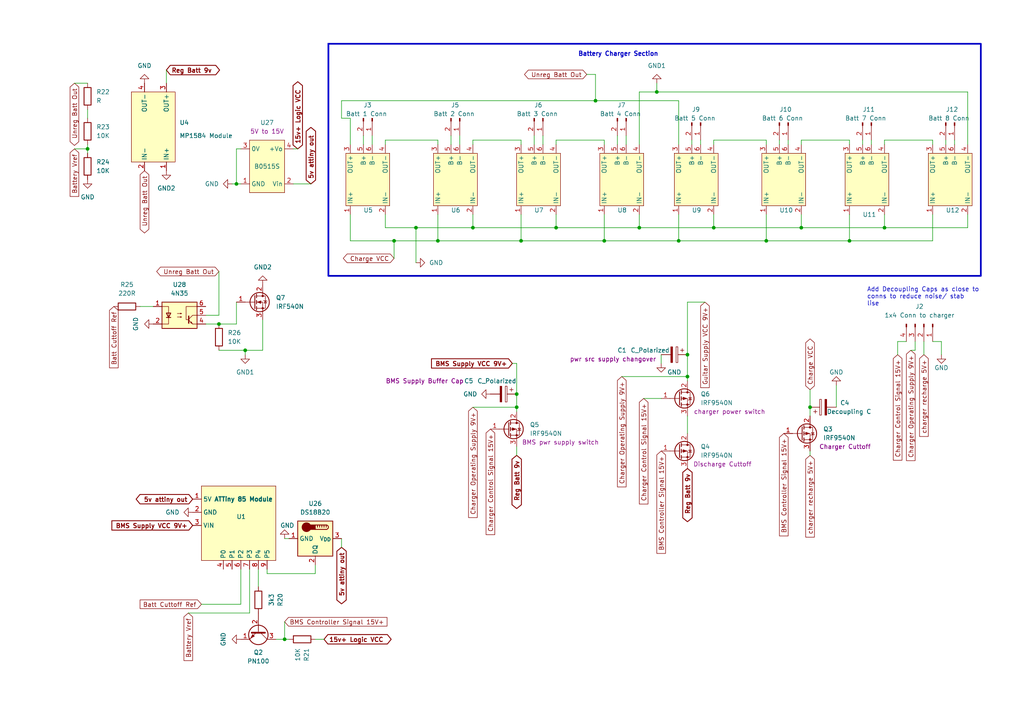
<source format=kicad_sch>
(kicad_sch (version 20230121) (generator eeschema)
  (paper "A4")
  (lib_symbols
    (symbol "BMS daughter boards:ATtiny85_digispark_module"
      (property "Reference" "U" (at -2.54 5.08 0))
      (symbol "ATtiny85_digispark_module_0_0"
        (pin unspecified line (at -16.51 10.16 0) (length 2.54) (name "5V") (number "1"))
        (pin unspecified line (at -16.51 6.35 0) (length 2.54) (name "GND") (number "2"))
        (pin unspecified line (at -16.51 2.54 0) (length 2.54) (name "VIN") (number "3"))
        (pin unspecified line (at -7.62 -10.16 90) (length 2.54) (name "P0") (number "4"))
        (pin unspecified line (at -5.08 -10.16 90) (length 2.54) (name "P1") (number "5"))
        (pin unspecified line (at -2.54 -10.16 90) (length 2.54) (name "P2") (number "6"))
        (pin unspecified line (at 0 -10.16 90) (length 2.54) (name "P3") (number "7"))
        (pin unspecified line (at 2.54 -10.16 90) (length 2.54) (name "P4") (number "8"))
        (pin unspecified line (at 5.08 -10.16 90) (length 2.54) (name "P5") (number "9"))
      )
      (symbol "ATtiny85_digispark_module_1_1"
        (rectangle (start -13.97 13.97) (end 7.62 -7.62) (fill (type background)))
      )
    )
    (symbol "BMS daughter boards:B0515S"
      (property "Reference" "U" (at 6.35 5.08 0))
      (property "Name" "5V to 15V" (at 6.35 2.54 0))
      (symbol "B0515S_0_0"
        (pin unspecified line (at -1.27 -2.54 0) (length 2.54) (name "GND") (number "1"))
        (pin unspecified line (at 13.97 -2.54 180) (length 2.54) (name "Vin") (number "2"))
        (pin unspecified line (at -1.27 7.62 0) (length 2.54) (name "0V") (number "3"))
      )
      (symbol "B0515S_1_0"
        (pin unspecified line (at 13.97 7.62 180) (length 2.54) (name "+Vo") (number "4"))
      )
      (symbol "B0515S_1_1"
        (rectangle (start 1.27 10.16) (end 11.43 -5.08) (fill (type background)))
      )
    )
    (symbol "BMS daughter boards:MP1584_DCDC_step_down_Module"
      (property "Reference" "U4" (at 11.43 -3.81 0))
      (property "Value" "MP1584 Module" (at 5.08 -6.35 0))
      (symbol "MP1584_DCDC_step_down_Module_0_0"
        (pin unspecified line (at 0 -8.89 0) (length 2.54) (name "IN+") (number "1"))
        (pin unspecified line (at 0 -2.54 0) (length 2.54) (name "IN-") (number "2"))
        (pin unspecified line (at 25.4 -8.89 180) (length 2.54) (name "OUT+") (number "3"))
        (pin unspecified line (at 25.4 -2.54 180) (length 2.54) (name "OUT-") (number "4"))
      )
      (symbol "MP1584_DCDC_step_down_Module_1_1"
        (rectangle (start 2.54 1.27) (end 22.86 -11.43) (fill (type background)))
      )
    )
    (symbol "BMS daughter boards:TP4056_Charger_Module_with_protection"
      (property "Reference" "U" (at 13.97 1.27 0))
      (property "Value" " TP4056 Charging Module" (at 3.81 1.27 90))
      (symbol "TP4056_Charger_Module_with_protection_0_0"
        (pin input line (at 8.89 -8.89 90) (length 2.54) (name "IN+") (number "1"))
        (pin input line (at 19.05 -8.89 90) (length 2.54) (name "IN-") (number "2"))
        (pin output line (at 8.89 11.43 270) (length 2.54) (name "OUT+") (number "3"))
        (pin output line (at 19.05 11.43 270) (length 2.54) (name "OUT-") (number "4"))
        (pin bidirectional line (at 12.7 11.43 270) (length 2.54) (name "B+") (number "5"))
        (pin bidirectional line (at 15.24 11.43 270) (length 2.54) (name "B-") (number "6"))
      )
      (symbol "TP4056_Charger_Module_with_protection_1_1"
        (rectangle (start 7.62 8.89) (end 20.32 -6.35) (fill (type background)))
      )
    )
    (symbol "Connector:Conn_01x02_Pin" (pin_names (offset 1.016) hide)
      (property "Reference" "J" (at 0 2.54 0))
      (property "Value" "Conn_01x02_Pin" (at 0 -5.08 0))
      (symbol "Conn_01x02_Pin_1_1"
        (polyline (pts (xy 1.27 -2.54) (xy 0.8636 -2.54)) (stroke (width 0.1524)))
        (polyline (pts (xy 1.27 0) (xy 0.8636 0)) (stroke (width 0.1524)))
        (rectangle (start 0.8636 -2.413) (end 0 -2.667) (stroke (width 0.1524)) (fill (type outline)))
        (rectangle (start 0.8636 0.127) (end 0 -0.127) (stroke (width 0.1524)) (fill (type outline)))
        (pin passive line (at 5.08 0 180) (length 3.81) (name "Pin_1") (number "1"))
        (pin passive line (at 5.08 -2.54 180) (length 3.81) (name "Pin_2") (number "2"))
      )
    )
    (symbol "Connector:Conn_01x04_Pin" (pin_names (offset 1.016) hide)
      (property "Reference" "J" (at 0 5.08 0))
      (property "Value" "Conn_01x04_Pin" (at 0 -7.62 0))
      (symbol "Conn_01x04_Pin_1_1"
        (polyline (pts (xy 1.27 -5.08) (xy 0.8636 -5.08)) (stroke (width 0.1524)))
        (polyline (pts (xy 1.27 -2.54) (xy 0.8636 -2.54)) (stroke (width 0.1524)))
        (polyline (pts (xy 1.27 0) (xy 0.8636 0)) (stroke (width 0.1524)))
        (polyline (pts (xy 1.27 2.54) (xy 0.8636 2.54)) (stroke (width 0.1524)))
        (rectangle (start 0.8636 -4.953) (end 0 -5.207) (stroke (width 0.1524)) (fill (type outline)))
        (rectangle (start 0.8636 -2.413) (end 0 -2.667) (stroke (width 0.1524)) (fill (type outline)))
        (rectangle (start 0.8636 0.127) (end 0 -0.127) (stroke (width 0.1524)) (fill (type outline)))
        (rectangle (start 0.8636 2.667) (end 0 2.413) (stroke (width 0.1524)) (fill (type outline)))
        (pin passive line (at 5.08 2.54 180) (length 3.81) (name "Pin_1") (number "1"))
        (pin passive line (at 5.08 0 180) (length 3.81) (name "Pin_2") (number "2"))
        (pin passive line (at 5.08 -2.54 180) (length 3.81) (name "Pin_3") (number "3"))
        (pin passive line (at 5.08 -5.08 180) (length 3.81) (name "Pin_4") (number "4"))
      )
    )
    (symbol "Device:C_Polarized" (pin_numbers hide) (pin_names (offset 0.254))
      (property "Reference" "C" (at 0.635 2.54 0))
      (property "Value" "C_Polarized" (at 0.635 -2.54 0))
      (symbol "C_Polarized_0_1"
        (rectangle (start -2.286 0.508) (end 2.286 1.016))
        (polyline (pts (xy -1.778 2.286) (xy -0.762 2.286)))
        (polyline (pts (xy -1.27 2.794) (xy -1.27 1.778)))
        (rectangle (start 2.286 -0.508) (end -2.286 -1.016) (fill (type outline)))
      )
      (symbol "C_Polarized_1_1"
        (pin passive line (at 0 3.81 270) (length 2.794) (name "~") (number "1"))
        (pin passive line (at 0 -3.81 90) (length 2.794) (name "~") (number "2"))
      )
    )
    (symbol "Device:R" (pin_numbers hide) (pin_names (offset 0))
      (property "Reference" "R" (at 2.032 0 90))
      (property "Value" "R" (at 0 0 90))
      (symbol "R_0_1"
        (rectangle (start -1.016 -2.54) (end 1.016 2.54) (stroke (width 0.254)))
      )
      (symbol "R_1_1"
        (pin passive line (at 0 3.81 270) (length 1.27) (name "~") (number "1"))
        (pin passive line (at 0 -3.81 90) (length 1.27) (name "~") (number "2"))
      )
    )
    (symbol "Isolator:4N35" (pin_names (offset 1.016))
      (property "Reference" "U" (at -5.08 5.08 0))
      (property "Value" "4N35" (at 0 5.08 0))
      (symbol "4N35_0_1"
        (rectangle (start -5.08 3.81) (end 5.08 -3.81) (stroke (width 0.254)) (fill (type background)))
        (polyline (pts (xy -3.81 -0.635) (xy -2.54 -0.635)) (stroke (width 0.254)))
        (polyline (pts (xy 2.667 -1.397) (xy 3.81 -2.54)))
        (polyline (pts (xy 2.667 -1.143) (xy 3.81 0)))
        (polyline (pts (xy 3.81 -2.54) (xy 5.08 -2.54)))
        (polyline (pts (xy 3.81 0) (xy 5.08 0)))
        (polyline (pts (xy 2.667 -0.254) (xy 2.667 -2.286) (xy 2.667 -2.286)) (stroke (width 0.3556)))
        (polyline (pts (xy -5.08 -2.54) (xy -3.175 -2.54) (xy -3.175 2.54) (xy -5.08 2.54)))
        (polyline (pts (xy -3.175 -0.635) (xy -3.81 0.635) (xy -2.54 0.635) (xy -3.175 -0.635)) (stroke (width 0.254)))
        (polyline (pts (xy 3.683 -2.413) (xy 3.429 -1.905) (xy 3.175 -2.159) (xy 3.683 -2.413)))
        (polyline (pts (xy 5.08 2.54) (xy 1.905 2.54) (xy 1.905 -1.27) (xy 2.54 -1.27)))
        (polyline (pts (xy -0.635 -0.508) (xy 0.635 -0.508) (xy 0.254 -0.635) (xy 0.254 -0.381) (xy 0.635 -0.508)))
        (polyline (pts (xy -0.635 0.508) (xy 0.635 0.508) (xy 0.254 0.381) (xy 0.254 0.635) (xy 0.635 0.508)))
      )
      (symbol "4N35_1_1"
        (pin passive line (at -7.62 2.54 0) (length 2.54) (name "~") (number "1"))
        (pin passive line (at -7.62 -2.54 0) (length 2.54) (name "~") (number "2"))
        (pin no_connect line (at -5.08 0 0) (length 2.54) hide (name "NC") (number "3"))
        (pin passive line (at 7.62 -2.54 180) (length 2.54) (name "~") (number "4"))
        (pin passive line (at 7.62 0 180) (length 2.54) (name "~") (number "5"))
        (pin passive line (at 7.62 2.54 180) (length 2.54) (name "~") (number "6"))
      )
    )
    (symbol "Sensor_Temperature:DS18B20"
      (property "Reference" "U" (at -3.81 6.35 0))
      (property "Value" "DS18B20" (at 6.35 6.35 0))
      (symbol "DS18B20_0_1"
        (rectangle (start -5.08 5.08) (end 5.08 -5.08) (stroke (width 0.254)) (fill (type background)))
        (circle (center -3.302 -2.54) (radius 1.27) (stroke (width 0.254)) (fill (type outline)))
        (rectangle (start -2.667 -1.905) (end -3.937 0) (stroke (width 0.254)) (fill (type outline)))
        (arc (start -2.667 3.175) (mid -3.302 3.8073) (end -3.937 3.175) (stroke (width 0.254)))
        (polyline (pts (xy -3.937 0.635) (xy -3.302 0.635)) (stroke (width 0.254)))
        (polyline (pts (xy -3.937 1.27) (xy -3.302 1.27)) (stroke (width 0.254)))
        (polyline (pts (xy -3.937 1.905) (xy -3.302 1.905)) (stroke (width 0.254)))
        (polyline (pts (xy -3.937 2.54) (xy -3.302 2.54)) (stroke (width 0.254)))
        (polyline (pts (xy -3.937 3.175) (xy -3.937 0)) (stroke (width 0.254)))
        (polyline (pts (xy -3.937 3.175) (xy -3.302 3.175)) (stroke (width 0.254)))
        (polyline (pts (xy -2.667 3.175) (xy -2.667 0)) (stroke (width 0.254)))
      )
      (symbol "DS18B20_1_1"
        (pin power_in line (at 0 -7.62 90) (length 2.54) (name "GND") (number "1"))
        (pin bidirectional line (at 7.62 0 180) (length 2.54) (name "DQ") (number "2"))
        (pin power_in line (at 0 7.62 270) (length 2.54) (name "V_{DD}") (number "3"))
      )
    )
    (symbol "Transistor_BJT:PN2222A" (pin_names (offset 0) hide)
      (property "Reference" "Q" (at 5.08 1.905 0))
      (property "Value" "PN2222A" (at 5.08 0 0))
      (symbol "PN2222A_0_1"
        (polyline (pts (xy 0 0) (xy 0.635 0)))
        (polyline (pts (xy 2.54 -2.54) (xy 0.635 -0.635)))
        (polyline (pts (xy 2.54 2.54) (xy 0.635 0.635)))
        (polyline (pts (xy 0.635 1.905) (xy 0.635 -1.905) (xy 0.635 -1.905)) (stroke (width 0.508)))
        (polyline (pts (xy 2.413 -2.413) (xy 1.905 -1.905) (xy 1.905 -1.905)))
        (polyline (pts (xy 1.143 -1.651) (xy 1.651 -1.143) (xy 2.159 -2.159) (xy 1.143 -1.651) (xy 1.143 -1.651)) (fill (type outline)))
        (circle (center 1.27 0) (radius 2.8194) (stroke (width 0.254)))
      )
      (symbol "PN2222A_1_1"
        (pin passive line (at 2.54 -5.08 90) (length 2.54) (name "E") (number "1"))
        (pin input line (at -5.08 0 0) (length 5.08) (name "B") (number "2"))
        (pin passive line (at 2.54 5.08 270) (length 2.54) (name "C") (number "3"))
      )
    )
    (symbol "Transistor_FET:IRF540N" (pin_names hide)
      (property "Reference" "Q" (at 6.35 1.905 0))
      (property "Value" "IRF540N" (at 6.35 0 0))
      (symbol "IRF540N_0_1"
        (polyline (pts (xy 0.254 0) (xy -2.54 0)))
        (polyline (pts (xy 0.254 1.905) (xy 0.254 -1.905)) (stroke (width 0.254)))
        (polyline (pts (xy 0.762 -1.27) (xy 0.762 -2.286)) (stroke (width 0.254)))
        (polyline (pts (xy 0.762 0.508) (xy 0.762 -0.508)) (stroke (width 0.254)))
        (polyline (pts (xy 0.762 2.286) (xy 0.762 1.27)) (stroke (width 0.254)))
        (polyline (pts (xy 2.54 2.54) (xy 2.54 1.778)))
        (polyline (pts (xy 2.54 -2.54) (xy 2.54 0) (xy 0.762 0)))
        (polyline (pts (xy 0.762 -1.778) (xy 3.302 -1.778) (xy 3.302 1.778) (xy 0.762 1.778)))
        (polyline (pts (xy 1.016 0) (xy 2.032 0.381) (xy 2.032 -0.381) (xy 1.016 0)) (fill (type outline)))
        (polyline (pts (xy 2.794 0.508) (xy 2.921 0.381) (xy 3.683 0.381) (xy 3.81 0.254)))
        (polyline (pts (xy 3.302 0.381) (xy 2.921 -0.254) (xy 3.683 -0.254) (xy 3.302 0.381)))
        (circle (center 1.651 0) (radius 2.794) (stroke (width 0.254)))
        (circle (center 2.54 -1.778) (radius 0.254) (fill (type outline)))
        (circle (center 2.54 1.778) (radius 0.254) (fill (type outline)))
      )
      (symbol "IRF540N_1_1"
        (pin input line (at -5.08 0 0) (length 2.54) (name "G") (number "1"))
        (pin passive line (at 2.54 5.08 270) (length 2.54) (name "D") (number "2"))
        (pin passive line (at 2.54 -5.08 90) (length 2.54) (name "S") (number "3"))
      )
    )
    (symbol "Transistor_FET:IRF9540N" (pin_names hide)
      (property "Reference" "Q" (at 5.08 1.905 0))
      (property "Value" "IRF9540N" (at 5.08 0 0))
      (symbol "IRF9540N_0_1"
        (polyline (pts (xy 0.254 0) (xy -2.54 0)))
        (polyline (pts (xy 0.254 1.905) (xy 0.254 -1.905)) (stroke (width 0.254)))
        (polyline (pts (xy 0.762 -1.27) (xy 0.762 -2.286)) (stroke (width 0.254)))
        (polyline (pts (xy 0.762 0.508) (xy 0.762 -0.508)) (stroke (width 0.254)))
        (polyline (pts (xy 0.762 2.286) (xy 0.762 1.27)) (stroke (width 0.254)))
        (polyline (pts (xy 2.54 2.54) (xy 2.54 1.778)))
        (polyline (pts (xy 2.54 -2.54) (xy 2.54 0) (xy 0.762 0)))
        (polyline (pts (xy 0.762 1.778) (xy 3.302 1.778) (xy 3.302 -1.778) (xy 0.762 -1.778)))
        (polyline (pts (xy 2.286 0) (xy 1.27 0.381) (xy 1.27 -0.381) (xy 2.286 0)) (fill (type outline)))
        (polyline (pts (xy 2.794 -0.508) (xy 2.921 -0.381) (xy 3.683 -0.381) (xy 3.81 -0.254)))
        (polyline (pts (xy 3.302 -0.381) (xy 2.921 0.254) (xy 3.683 0.254) (xy 3.302 -0.381)))
        (circle (center 1.651 0) (radius 2.794) (stroke (width 0.254)))
        (circle (center 2.54 -1.778) (radius 0.254) (fill (type outline)))
        (circle (center 2.54 1.778) (radius 0.254) (fill (type outline)))
      )
      (symbol "IRF9540N_1_1"
        (pin input line (at -5.08 0 0) (length 2.54) (name "G") (number "1"))
        (pin passive line (at 2.54 5.08 270) (length 2.54) (name "D") (number "2"))
        (pin passive line (at 2.54 -5.08 90) (length 2.54) (name "S") (number "3"))
      )
    )
    (symbol "power:GND" (power) (pin_names (offset 0))
      (property "Value" "GND" (at 0 -3.81 0))
      (symbol "GND_0_1"
        (polyline (pts (xy 0 0) (xy 0 -1.27) (xy 1.27 -1.27) (xy 0 -2.54) (xy -1.27 -1.27) (xy 0 -1.27)))
      )
      (symbol "GND_1_1"
        (pin power_in line (at 0 0 270) (length 0) hide (name "GND") (number "1"))
      )
    )
    (symbol "power:GND1" (power) (pin_names (offset 0))
      (property "Value" "GND1" (at 0 -3.81 0))
      (symbol "GND1_0_1"
        (polyline (pts (xy 0 0) (xy 0 -1.27) (xy 1.27 -1.27) (xy 0 -2.54) (xy -1.27 -1.27) (xy 0 -1.27)))
      )
      (symbol "GND1_1_1"
        (pin power_in line (at 0 0 270) (length 0) hide (name "GND1") (number "1"))
      )
    )
    (symbol "power:GND2" (power) (pin_names (offset 0))
      (property "Value" "GND2" (at 0 -3.81 0))
      (symbol "GND2_0_1"
        (polyline (pts (xy 0 0) (xy 0 -1.27) (xy 1.27 -1.27) (xy 0 -2.54) (xy -1.27 -1.27) (xy 0 -1.27)))
      )
      (symbol "GND2_1_1"
        (pin power_in line (at 0 0 270) (length 0) hide (name "GND2") (number "1"))
      )
    )
  )
  (junction (at 149.86 114.3))
  (junction (at 120.65 66.04))
  (junction (at 199.39 102.87))
  (junction (at 151.13 69.85))
  (junction (at 149.86 118.11))
  (junction (at 196.85 69.85))
  (junction (at 207.01 66.04))
  (junction (at 63.5 93.98))
  (junction (at 222.25 69.85))
  (junction (at 190.5 26.67))
  (junction (at 232.41 66.04))
  (junction (at 161.29 66.04))
  (junction (at 82.55 185.42))
  (junction (at 185.42 66.04))
  (junction (at 25.4 43.18))
  (junction (at 172.72 29.21))
  (junction (at 234.95 118.11))
  (junction (at 137.16 66.04))
  (junction (at 256.54 66.04))
  (junction (at 114.3 69.85))
  (junction (at 127 69.85))
  (junction (at 246.38 69.85))
  (junction (at 71.12 101.6))
  (junction (at 199.39 109.22))
  (junction (at 68.58 53.34))
  (junction (at 175.26 69.85))
  (wire (pts (xy 133.35 39.37) (xy 133.35 41.91)))
  (wire (pts (xy 148.59 105.41) (xy 149.86 105.41)))
  (wire (pts (xy 86.36 43.18) (xy 85.09 43.18)))
  (wire (pts (xy 191.77 102.87) (xy 191.77 105.41)))
  (wire (pts (xy 172.72 21.59) (xy 172.72 29.21)))
  (wire (pts (xy 222.25 40.64) (xy 222.25 41.91)))
  (wire (pts (xy 172.72 29.21) (xy 196.85 29.21)))
  (wire (pts (xy 181.61 39.37) (xy 181.61 41.91)))
  (wire (pts (xy 161.29 62.23) (xy 161.29 66.04)))
  (wire (pts (xy 203.2 40.64) (xy 203.2 41.91)))
  (wire (pts (xy 154.94 39.37) (xy 154.94 41.91)))
  (wire (pts (xy 68.58 93.98) (xy 68.58 87.63)))
  (wire (pts (xy 185.42 26.67) (xy 190.5 26.67)))
  (wire (pts (xy 99.06 34.29) (xy 99.06 29.21)))
  (wire (pts (xy 196.85 62.23) (xy 196.85 69.85)))
  (wire (pts (xy 151.13 40.64) (xy 151.13 41.91)))
  (wire (pts (xy 25.4 41.91) (xy 25.4 43.18)))
  (wire (pts (xy 250.19 40.64) (xy 250.19 41.91)))
  (wire (pts (xy 99.06 158.75) (xy 99.06 156.21)))
  (wire (pts (xy 137.16 66.04) (xy 137.16 62.23)))
  (wire (pts (xy 82.55 156.21) (xy 83.82 156.21)))
  (wire (pts (xy 265.43 99.06) (xy 265.43 101.6)))
  (wire (pts (xy 199.39 102.87) (xy 199.39 109.22)))
  (wire (pts (xy 40.64 88.9) (xy 44.45 88.9)))
  (wire (pts (xy 137.16 41.91) (xy 137.16 40.64)))
  (wire (pts (xy 199.39 109.22) (xy 199.39 110.49)))
  (wire (pts (xy 72.39 177.8) (xy 54.61 177.8)))
  (wire (pts (xy 71.12 102.87) (xy 71.12 101.6)))
  (wire (pts (xy 199.39 87.63) (xy 199.39 102.87)))
  (wire (pts (xy 179.07 39.37) (xy 179.07 41.91)))
  (wire (pts (xy 91.44 166.37) (xy 91.44 163.83)))
  (wire (pts (xy 260.35 99.06) (xy 262.89 99.06)))
  (wire (pts (xy 185.42 62.23) (xy 185.42 66.04)))
  (wire (pts (xy 63.5 93.98) (xy 68.58 93.98)))
  (wire (pts (xy 21.59 43.18) (xy 25.4 43.18)))
  (wire (pts (xy 185.42 66.04) (xy 161.29 66.04)))
  (wire (pts (xy 175.26 69.85) (xy 196.85 69.85)))
  (wire (pts (xy 265.43 101.6) (xy 264.16 101.6)))
  (wire (pts (xy 180.34 109.22) (xy 199.39 109.22)))
  (wire (pts (xy 101.6 62.23) (xy 101.6 69.85)))
  (wire (pts (xy 190.5 26.67) (xy 280.67 26.67)))
  (wire (pts (xy 280.67 26.67) (xy 280.67 41.91)))
  (wire (pts (xy 71.12 101.6) (xy 76.2 101.6)))
  (wire (pts (xy 74.93 170.18) (xy 74.93 165.1)))
  (wire (pts (xy 242.57 111.76) (xy 242.57 118.11)))
  (wire (pts (xy 149.86 132.08) (xy 149.86 129.54)))
  (wire (pts (xy 232.41 66.04) (xy 256.54 66.04)))
  (wire (pts (xy 105.41 39.37) (xy 105.41 41.91)))
  (wire (pts (xy 72.39 165.1) (xy 72.39 177.8)))
  (wire (pts (xy 82.55 180.34) (xy 82.55 185.42)))
  (wire (pts (xy 99.06 29.21) (xy 172.72 29.21)))
  (wire (pts (xy 114.3 69.85) (xy 127 69.85)))
  (wire (pts (xy 59.69 91.44) (xy 63.5 91.44)))
  (wire (pts (xy 252.73 40.64) (xy 252.73 41.91)))
  (wire (pts (xy 190.5 24.13) (xy 190.5 26.67)))
  (wire (pts (xy 68.58 53.34) (xy 69.85 53.34)))
  (wire (pts (xy 90.17 53.34) (xy 85.09 53.34)))
  (wire (pts (xy 149.86 118.11) (xy 149.86 119.38)))
  (wire (pts (xy 101.6 34.29) (xy 99.06 34.29)))
  (wire (pts (xy 127 40.64) (xy 127 41.91)))
  (wire (pts (xy 207.01 62.23) (xy 207.01 66.04)))
  (wire (pts (xy 234.95 113.03) (xy 234.95 118.11)))
  (wire (pts (xy 246.38 62.23) (xy 246.38 69.85)))
  (wire (pts (xy 25.4 43.18) (xy 25.4 44.45)))
  (wire (pts (xy 25.4 31.75) (xy 25.4 34.29)))
  (wire (pts (xy 276.86 40.64) (xy 276.86 41.91)))
  (wire (pts (xy 232.41 66.04) (xy 232.41 62.23)))
  (wire (pts (xy 63.5 101.6) (xy 71.12 101.6)))
  (wire (pts (xy 207.01 40.64) (xy 222.25 40.64)))
  (wire (pts (xy 260.35 102.87) (xy 260.35 99.06)))
  (wire (pts (xy 48.26 20.32) (xy 48.26 24.13)))
  (wire (pts (xy 175.26 41.91) (xy 175.26 40.64)))
  (wire (pts (xy 185.42 66.04) (xy 207.01 66.04)))
  (wire (pts (xy 151.13 69.85) (xy 127 69.85)))
  (wire (pts (xy 58.42 175.26) (xy 69.85 175.26)))
  (wire (pts (xy 120.65 66.04) (xy 137.16 66.04)))
  (wire (pts (xy 232.41 41.91) (xy 232.41 40.64)))
  (wire (pts (xy 111.76 41.91) (xy 111.76 40.64)))
  (wire (pts (xy 170.18 21.59) (xy 172.72 21.59)))
  (wire (pts (xy 267.97 99.06) (xy 267.97 102.87)))
  (wire (pts (xy 280.67 66.04) (xy 256.54 66.04)))
  (wire (pts (xy 149.86 105.41) (xy 149.86 114.3)))
  (wire (pts (xy 101.6 34.29) (xy 101.6 41.91)))
  (wire (pts (xy 175.26 62.23) (xy 175.26 69.85)))
  (wire (pts (xy 82.55 185.42) (xy 80.01 185.42)))
  (wire (pts (xy 207.01 41.91) (xy 207.01 40.64)))
  (wire (pts (xy 59.69 93.98) (xy 63.5 93.98)))
  (wire (pts (xy 137.16 66.04) (xy 161.29 66.04)))
  (wire (pts (xy 157.48 39.37) (xy 157.48 41.91)))
  (wire (pts (xy 69.85 165.1) (xy 69.85 175.26)))
  (wire (pts (xy 63.5 78.74) (xy 63.5 91.44)))
  (wire (pts (xy 111.76 40.64) (xy 127 40.64)))
  (wire (pts (xy 232.41 40.64) (xy 246.38 40.64)))
  (wire (pts (xy 280.67 62.23) (xy 280.67 66.04)))
  (wire (pts (xy 111.76 66.04) (xy 120.65 66.04)))
  (wire (pts (xy 76.2 92.71) (xy 76.2 101.6)))
  (wire (pts (xy 234.95 118.11) (xy 234.95 120.65)))
  (wire (pts (xy 270.51 40.64) (xy 256.54 40.64)))
  (wire (pts (xy 270.51 69.85) (xy 246.38 69.85)))
  (wire (pts (xy 204.47 87.63) (xy 199.39 87.63)))
  (wire (pts (xy 222.25 69.85) (xy 222.25 62.23)))
  (wire (pts (xy 161.29 40.64) (xy 161.29 41.91)))
  (wire (pts (xy 196.85 69.85) (xy 222.25 69.85)))
  (wire (pts (xy 69.85 43.18) (xy 68.58 43.18)))
  (wire (pts (xy 175.26 40.64) (xy 161.29 40.64)))
  (wire (pts (xy 270.51 62.23) (xy 270.51 69.85)))
  (wire (pts (xy 68.58 43.18) (xy 68.58 53.34)))
  (wire (pts (xy 107.95 39.37) (xy 107.95 41.91)))
  (wire (pts (xy 114.3 69.85) (xy 114.3 74.93)))
  (wire (pts (xy 151.13 62.23) (xy 151.13 69.85)))
  (wire (pts (xy 67.31 53.34) (xy 68.58 53.34)))
  (wire (pts (xy 228.6 40.64) (xy 228.6 41.91)))
  (wire (pts (xy 185.42 26.67) (xy 185.42 41.91)))
  (wire (pts (xy 246.38 40.64) (xy 246.38 41.91)))
  (wire (pts (xy 234.95 130.81) (xy 234.95 132.08)))
  (wire (pts (xy 256.54 40.64) (xy 256.54 41.91)))
  (wire (pts (xy 120.65 66.04) (xy 120.65 76.2)))
  (wire (pts (xy 21.59 24.13) (xy 25.4 24.13)))
  (wire (pts (xy 196.85 29.21) (xy 196.85 41.91)))
  (wire (pts (xy 77.47 166.37) (xy 77.47 165.1)))
  (wire (pts (xy 186.69 115.57) (xy 191.77 115.57)))
  (wire (pts (xy 270.51 41.91) (xy 270.51 40.64)))
  (wire (pts (xy 273.05 102.87) (xy 273.05 99.06)))
  (wire (pts (xy 111.76 62.23) (xy 111.76 66.04)))
  (wire (pts (xy 199.39 120.65) (xy 199.39 125.73)))
  (wire (pts (xy 175.26 69.85) (xy 151.13 69.85)))
  (wire (pts (xy 246.38 69.85) (xy 222.25 69.85)))
  (wire (pts (xy 149.86 114.3) (xy 149.86 118.11)))
  (wire (pts (xy 83.82 185.42) (xy 82.55 185.42)))
  (wire (pts (xy 127 69.85) (xy 127 62.23)))
  (wire (pts (xy 91.44 166.37) (xy 77.47 166.37)))
  (wire (pts (xy 137.16 40.64) (xy 151.13 40.64)))
  (wire (pts (xy 200.66 40.64) (xy 200.66 41.91)))
  (wire (pts (xy 207.01 66.04) (xy 232.41 66.04)))
  (wire (pts (xy 273.05 99.06) (xy 270.51 99.06)))
  (wire (pts (xy 130.81 39.37) (xy 130.81 41.91)))
  (wire (pts (xy 137.16 118.11) (xy 149.86 118.11)))
  (wire (pts (xy 101.6 69.85) (xy 114.3 69.85)))
  (wire (pts (xy 93.98 185.42) (xy 91.44 185.42)))
  (wire (pts (xy 226.06 40.64) (xy 226.06 41.91)))
  (wire (pts (xy 274.32 40.64) (xy 274.32 41.91)))
  (wire (pts (xy 256.54 62.23) (xy 256.54 66.04)))
  (rectangle (start 95.25 12.7) (end 284.48 80.01) (stroke (width 0.5)))
  (text "Battery Charger Section\n" (at 167.64 16.51 0) (effects (font (size 1.27 1.27) bold) (justify left bottom)))
  (text "Add Decoupling Caps as close to \nconns to reduce noise/ stab\nlise" (at 251.46 88.9 0) (effects (font (size 1.27 1.27)) (justify left bottom)))
  (global_label "5v attiny out" (shape bidirectional) (at 99.06 158.75 270) (effects (font (thickness 0.254) bold)) (property "Intersheetrefs" "${INTERSHEET_REFS}" (effects hide)))
  (global_label "Battery Vref" (shape input) (at 21.59 43.18 270) (property "Intersheetrefs" "${INTERSHEET_REFS}" (effects hide)))
  (global_label "Charger Operating Supply 9V+" (shape input) (at 264.16 101.6 270) (property "Intersheetrefs" "${INTERSHEET_REFS}" (effects hide)))
  (global_label "Unreg Batt Out" (shape bidirectional) (at 21.59 24.13 270) (property "Intersheetrefs" "${INTERSHEET_REFS}" (effects hide)))
  (global_label "Charger Operating Supply 9V+" (shape input) (at 137.16 118.11 270) (property "Intersheetrefs" "${INTERSHEET_REFS}" (effects hide)))
  (global_label "Reg Batt 9v" (shape bidirectional) (at 199.39 135.89 270) (effects (font (thickness 0.254) bold)) (property "Intersheetrefs" "${INTERSHEET_REFS}" (effects hide)))
  (global_label "BMS Controller Signal 15V+" (shape input) (at 82.55 180.34 0) (property "Intersheetrefs" "${INTERSHEET_REFS}" (effects hide)))
  (global_label "charger recharge 5V+" (shape input) (at 234.95 132.08 270) (property "Intersheetrefs" "${INTERSHEET_REFS}" (effects hide)))
  (global_label "Guitar Supply VCC 9V+" (shape input) (at 204.47 87.63 270) (property "Intersheetrefs" "${INTERSHEET_REFS}" (effects hide)))
  (global_label "Unreg Batt Out" (shape bidirectional) (at 41.91 49.53 270) (property "Intersheetrefs" "${INTERSHEET_REFS}" (effects hide)))
  (global_label "Charger Control Signal 15V+" (shape input) (at 186.69 115.57 270) (property "Intersheetrefs" "${INTERSHEET_REFS}" (effects hide)))
  (global_label "Charge VCC" (shape bidirectional) (at 234.95 113.03 90) (property "Intersheetrefs" "${INTERSHEET_REFS}" (effects hide)))
  (global_label "15v+ Logic VCC" (shape bidirectional) (at 93.98 185.42 0) (effects (font (thickness 0.254) bold)) (property "Intersheetrefs" "${INTERSHEET_REFS}" (effects hide)))
  (global_label "Reg Batt 9v" (shape bidirectional) (at 48.26 20.32 0) (effects (font (thickness 0.254) bold)) (property "Intersheetrefs" "${INTERSHEET_REFS}" (effects hide)))
  (global_label "charger recharge 5V+" (shape input) (at 267.97 102.87 270) (property "Intersheetrefs" "${INTERSHEET_REFS}" (effects hide)))
  (global_label "5v attiny out" (shape bidirectional) (at 55.88 144.78 180) (effects (font (thickness 0.254) bold)) (property "Intersheetrefs" "${INTERSHEET_REFS}" (effects hide)))
  (global_label "Charger Operating Supply 9V+" (shape input) (at 180.34 109.22 270) (property "Intersheetrefs" "${INTERSHEET_REFS}" (effects hide)))
  (global_label "Reg Batt 9v" (shape bidirectional) (at 149.86 132.08 270) (effects (font (thickness 0.254) bold)) (property "Intersheetrefs" "${INTERSHEET_REFS}" (effects hide)))
  (global_label "Batt Cuttoff Ref" (shape input) (at 58.42 175.26 180) (property "Intersheetrefs" "${INTERSHEET_REFS}" (effects hide)))
  (global_label "Batt Cuttoff Ref" (shape input) (at 33.02 88.9 270) (property "Intersheetrefs" "${INTERSHEET_REFS}" (effects hide)))
  (global_label "Charger Control Signal 15V+" (shape input) (at 260.35 102.87 270) (property "Intersheetrefs" "${INTERSHEET_REFS}" (effects hide)))
  (global_label "15v+ Logic VCC" (shape bidirectional) (at 86.36 43.18 90) (effects (font (thickness 0.254) bold)) (property "Intersheetrefs" "${INTERSHEET_REFS}" (effects hide)))
  (global_label "BMS Supply VCC 9V+" (shape input) (at 148.59 105.41 180) (effects (font (thickness 0.254) bold)) (property "Intersheetrefs" "${INTERSHEET_REFS}" (effects hide)))
  (global_label "Battery Vref" (shape input) (at 54.61 177.8 270) (property "Intersheetrefs" "${INTERSHEET_REFS}" (effects hide)))
  (global_label "Unreg Batt Out" (shape bidirectional) (at 63.5 78.74 180) (property "Intersheetrefs" "${INTERSHEET_REFS}" (effects hide)))
  (global_label "Charge VCC" (shape bidirectional) (at 114.3 74.93 180) (property "Intersheetrefs" "${INTERSHEET_REFS}" (effects hide)))
  (global_label "Unreg Batt Out" (shape bidirectional) (at 170.18 21.59 180) (property "Intersheetrefs" "${INTERSHEET_REFS}" (effects hide)))
  (global_label "5v attiny out" (shape bidirectional) (at 90.17 53.34 90) (effects (font (thickness 0.254) bold)) (property "Intersheetrefs" "${INTERSHEET_REFS}" (effects hide)))
  (global_label "BMS Controller Signal 15V+" (shape input) (at 191.77 130.81 270) (property "Intersheetrefs" "${INTERSHEET_REFS}" (effects hide)))
  (global_label "BMS Supply VCC 9V+" (shape input) (at 55.88 152.4 180) (effects (font (thickness 0.254) bold)) (property "Intersheetrefs" "${INTERSHEET_REFS}" (effects hide)))
  (global_label "BMS Controller Signal 15V+" (shape input) (at 227.33 125.73 270) (property "Intersheetrefs" "${INTERSHEET_REFS}" (effects hide)))
  (global_label "Charger Control Signal 15V+" (shape input) (at 142.24 124.46 270) (property "Intersheetrefs" "${INTERSHEET_REFS}" (effects hide)))
  (symbol (lib_id "Connector:Conn_01x02_Pin") (at 228.6 35.56 270) (unit 1)
    (property "Reference" "J10" (at 226.06 31.75 90) (effects (justify left)))
    (property "Value" "Batt 6 Conn" (at 220.98 34.29 90) (effects (justify left)))
    (property "Footprint" "Connector_PinHeader_1.00mm:PinHeader_1x02_P1.00mm_Vertical" (effects hide))
    (instances (project "BMS" (path "" (reference "J10") (unit 1)) (path "" (reference "J10") (unit 1)) (path "" (reference "J19") (unit 1))) (project "BMS section one test pcb" (path "" (reference "J10") (unit 1))))
  )
  (symbol (lib_id "Transistor_FET:IRF9540N") (at 147.32 124.46 0) (unit 1)
    (property "Reference" "Q5" (at 153.67 123.19 0) (effects (justify left)))
    (property "Value" "IRF9540N" (at 153.67 125.73 0) (effects (justify left)))
    (property "Footprint" "Package_TO_SOT_THT:TO-220-3_Vertical" (effects hide))
    (property "Datasheet" "http://www.irf.com/product-info/datasheets/data/irf9540n.pdf" (effects hide))
    (property "Field4" "BMS pwr supply switch" (at 162.56 128.27 0))
  )
  (symbol (lib_id "Connector:Conn_01x02_Pin") (at 133.35 34.29 270) (unit 1)
    (property "Reference" "J5" (at 130.81 30.48 90) (effects (justify left)))
    (property "Value" "Batt 2 Conn" (at 125.73 33.02 90) (effects (justify left)))
    (property "Footprint" "Connector_PinHeader_1.00mm:PinHeader_1x02_P1.00mm_Vertical" (effects hide))
    (instances (project "BMS" (path "" (reference "J5") (unit 1)) (path "" (reference "J5") (unit 1)) (path "" (reference "J4") (unit 1))) (project "BMS section one test pcb" (path "" (reference "J5") (unit 1))))
  )
  (symbol (lib_id "Transistor_BJT:PN2222A") (at 74.93 182.88 270) (unit 1)
    (property "Reference" "Q2" (at 74.93 189.23 90))
    (property "Value" "PN100" (at 74.93 191.77 90))
    (property "Footprint" "Package_TO_SOT_THT:TO-92_Inline" (effects hide))
    (property "Datasheet" "https://www.onsemi.com/pub/Collateral/PN2222-D.PDF" (effects hide))
  )
  (symbol (lib_id "power:GND") (at 69.85 185.42 270) (unit 1)
    (property "Reference" "#PWR024" (effects hide))
    (property "Value" "GND" (at 64.77 185.42 0))
    (instances (project "BMS" (path "" (reference "#PWR024") (unit 1)) (path "" (reference "#PWR020") (unit 1))) (project "BMS section one test pcb" (path "" (reference "#PWR024") (unit 1))))
  )
  (symbol (lib_id "Device:R") (at 25.4 48.26 0) (unit 1)
    (property "Reference" "R24" (at 27.94 46.99 0) (effects (justify left)))
    (property "Value" "10K" (at 27.94 49.53 0) (effects (justify left)))
  )
  (symbol (lib_id "Device:C_Polarized") (at 146.05 114.3 270) (unit 1)
    (property "Reference" "C5" (at 134.62 110.49 90) (effects (justify left)))
    (property "Value" "C_Polarized" (at 138.43 110.49 90) (effects (justify left)))
    (property "Field4" "BMS Supply Buffer Cap" (at 123.19 110.49 90))
  )
  (symbol (lib_id "power:GND") (at 25.4 52.07 0) (unit 1)
    (property "Reference" "#PWR02" (effects hide))
    (property "Value" "GND" (at 25.4 57.15 0))
    (instances (project "BMS" (path "" (reference "#PWR02") (unit 1)) (path "" (reference "#PWR028") (unit 1))) (project "BMS section one test pcb" (path "" (reference "#PWR02") (unit 1))))
  )
  (symbol (lib_id "Device:R") (at 87.63 185.42 90) (unit 1)
    (property "Reference" "R21" (at 88.9 187.96 0) (effects (justify right)))
    (property "Value" "10K" (at 86.36 187.96 0) (effects (justify right)))
  )
  (symbol (lib_id "Sensor_Temperature:DS18B20") (at 91.44 156.21 270) (unit 1)
    (property "Reference" "U26" (at 91.44 146.05 90))
    (property "Value" "DS18B20" (at 91.44 148.59 90))
    (property "Footprint" "Package_TO_SOT_THT:TO-92_Inline" (effects hide))
    (property "Datasheet" "http://datasheets.maximintegrated.com/en/ds/DS18B20.pdf" (effects hide))
  )
  (symbol (lib_id "power:GND") (at 242.57 111.76 180) (unit 1)
    (property "Reference" "#PWR024" (effects hide))
    (property "Value" "GND" (at 242.57 107.95 0))
    (instances (project "BMS" (path "" (reference "#PWR024") (unit 1)) (path "" (reference "#PWR025") (unit 1))) (project "BMS section one test pcb" (path "" (reference "#PWR024") (unit 1))))
  )
  (symbol (lib_id "power:GND1") (at 71.12 102.87 0) (unit 1)
    (property "Reference" "#PWR038" (effects hide))
    (property "Value" "GND1" (at 71.12 107.95 0))
  )
  (symbol (lib_id "power:GND") (at 142.24 114.3 270) (unit 1)
    (property "Reference" "#PWR024" (effects hide))
    (property "Value" "GND" (at 138.43 114.3 90) (effects (justify right)))
    (instances (project "BMS" (path "" (reference "#PWR024") (unit 1)) (path "" (reference "#PWR036") (unit 1))) (project "BMS section one test pcb" (path "" (reference "#PWR024") (unit 1))))
  )
  (symbol (lib_id "BMS daughter boards:B0515S") (at 71.12 50.8 0) (unit 1)
    (property "Reference" "U27" (at 77.47 35.56 0))
    (property "Value" "B0515S" (at 77.47 48.26 0))
    (property "Footprint" "DCDC buck converter lm2596:CONV_B0515S-1WR3" (effects hide))
    (property "Name" "5V to 15V" (at 77.47 38.1 0))
  )
  (symbol (lib_id "BMS daughter boards:TP4056_Charger_Module_with_protection") (at 142.24 53.34 0) (unit 1)
    (property "Reference" "U7" (at 154.94 60.96 0) (effects (justify left)))
    (property "Value" " TP4056 Charging Module" (effects hide))
    (property "Footprint" "Charging module:TP4056-18650" (effects hide))
    (instances (project "BMS" (path "" (reference "U7") (unit 1)) (path "" (reference "U7") (unit 1)) (path "" (reference "U19") (unit 1))) (project "BMS section one test pcb" (path "" (reference "U7") (unit 1))))
  )
  (symbol (lib_id "Device:C_Polarized") (at 238.76 118.11 90) (unit 1)
    (property "Reference" "C4" (at 246.38 116.84 90) (effects (justify left)))
    (property "Value" "Decoupling C" (at 252.73 119.38 90) (effects (justify left)))
  )
  (symbol (lib_id "Transistor_FET:IRF540N") (at 73.66 87.63 0) (unit 1)
    (property "Reference" "Q7" (at 80.01 86.36 0) (effects (justify left)))
    (property "Value" "IRF540N" (at 80.01 88.9 0) (effects (justify left)))
    (property "Footprint" "Package_TO_SOT_THT:TO-220-3_Vertical" (effects hide))
    (property "Datasheet" "http://www.irf.com/product-info/datasheets/data/irf540n.pdf" (effects hide))
  )
  (symbol (lib_id "Device:C_Polarized") (at 195.58 102.87 270) (unit 1)
    (property "Reference" "C1" (at 179.07 101.6 90) (effects (justify left)))
    (property "Value" "C_Polarized" (at 182.88 101.6 90) (effects (justify left)))
    (property "Field4" "pwr src supply changover" (at 177.8 104.14 90))
  )
  (symbol (lib_id "power:GND") (at 120.65 76.2 90) (unit 1)
    (property "Reference" "#PWR023" (effects hide))
    (property "Value" "GND" (at 124.46 76.2 90) (effects (justify right)))
    (instances (project "BMS" (path "" (reference "#PWR023") (unit 1)) (path "" (reference "#PWR013") (unit 1))) (project "BMS section one test pcb" (path "" (reference "#PWR023") (unit 1))))
  )
  (symbol (lib_id "Device:R") (at 63.5 97.79 180) (unit 1)
    (property "Reference" "R26" (at 66.04 96.52 0) (effects (justify right)))
    (property "Value" "10K" (at 66.04 99.06 0) (effects (justify right)))
  )
  (symbol (lib_id "Connector:Conn_01x02_Pin") (at 203.2 35.56 270) (unit 1)
    (property "Reference" "J9" (at 200.66 31.75 90) (effects (justify left)))
    (property "Value" "Batt 5 Conn" (at 195.58 34.29 90) (effects (justify left)))
    (property "Footprint" "Connector_PinHeader_1.00mm:PinHeader_1x02_P1.00mm_Vertical" (effects hide))
    (instances (project "BMS" (path "" (reference "J9") (unit 1)) (path "" (reference "J9") (unit 1)) (path "" (reference "J18") (unit 1))) (project "BMS section one test pcb" (path "" (reference "J9") (unit 1))))
  )
  (symbol (lib_id "Connector:Conn_01x04_Pin") (at 267.97 93.98 270) (unit 1)
    (property "Reference" "J2" (at 266.7 88.9 90))
    (property "Value" "1x4 Conn to charger" (at 266.7 91.44 90))
    (property "Footprint" "Connector_PinHeader_1.00mm:PinHeader_2x02_P1.00mm_Vertical" (effects hide))
    (instances (project "BMS" (path "" (reference "J2") (unit 1)) (path "" (reference "J1") (unit 1)) (path "" (reference "J22") (unit 1))) (project "BMS section one test pcb" (path "" (reference "J2") (unit 1))))
  )
  (symbol (lib_id "Connector:Conn_01x02_Pin") (at 107.95 34.29 270) (unit 1)
    (property "Reference" "J3" (at 105.41 30.48 90) (effects (justify left)))
    (property "Value" "Batt 1 Conn" (at 100.33 33.02 90) (effects (justify left)))
    (property "Footprint" "Connector_PinHeader_1.00mm:PinHeader_1x02_P1.00mm_Vertical" (effects hide))
    (instances (project "BMS" (path "" (reference "J3") (unit 1)) (path "" (reference "J3") (unit 1)) (path "" (reference "J2") (unit 1))) (project "BMS section one test pcb" (path "" (reference "J3") (unit 1))))
  )
  (symbol (lib_id "Connector:Conn_01x02_Pin") (at 181.61 34.29 270) (unit 1)
    (property "Reference" "J7" (at 179.07 30.48 90) (effects (justify left)))
    (property "Value" "Batt 4 Conn" (at 173.99 33.02 90) (effects (justify left)))
    (property "Footprint" "Connector_PinHeader_1.00mm:PinHeader_1x02_P1.00mm_Vertical" (effects hide))
    (instances (project "BMS" (path "" (reference "J7") (unit 1)) (path "" (reference "J7") (unit 1)) (path "" (reference "J15") (unit 1))) (project "BMS section one test pcb" (path "" (reference "J7") (unit 1))))
  )
  (symbol (lib_id "Connector:Conn_01x02_Pin") (at 157.48 34.29 270) (unit 1)
    (property "Reference" "J6" (at 154.94 30.48 90) (effects (justify left)))
    (property "Value" "Batt 3 Conn" (at 149.86 33.02 90) (effects (justify left)))
    (property "Footprint" "Connector_PinHeader_1.00mm:PinHeader_1x02_P1.00mm_Vertical" (effects hide))
    (instances (project "BMS" (path "" (reference "J6") (unit 1)) (path "" (reference "J6") (unit 1)) (path "" (reference "J8") (unit 1))) (project "BMS section one test pcb" (path "" (reference "J6") (unit 1))))
  )
  (symbol (lib_id "Connector:Conn_01x02_Pin") (at 252.73 35.56 270) (unit 1)
    (property "Reference" "J11" (at 250.19 31.75 90) (effects (justify left)))
    (property "Value" "Batt 7 Conn" (at 245.11 34.29 90) (effects (justify left)))
    (property "Footprint" "Connector_PinHeader_1.00mm:PinHeader_1x02_P1.00mm_Vertical" (effects hide))
    (instances (project "BMS" (path "" (reference "J11") (unit 1)) (path "" (reference "J11") (unit 1)) (path "" (reference "J20") (unit 1))) (project "BMS section one test pcb" (path "" (reference "J11") (unit 1))))
  )
  (symbol (lib_id "BMS daughter boards:TP4056_Charger_Module_with_protection") (at 118.11 53.34 0) (unit 1)
    (property "Reference" "U6" (at 130.81 60.96 0) (effects (justify left)))
    (property "Value" " TP4056 Charging Module" (effects hide))
    (property "Footprint" "Charging module:TP4056-18650" (effects hide))
    (instances (project "BMS" (path "" (reference "U6") (unit 1)) (path "" (reference "U6") (unit 1)) (path "" (reference "U13") (unit 1))) (project "BMS section one test pcb" (path "" (reference "U6") (unit 1))))
  )
  (symbol (lib_id "power:GND") (at 273.05 102.87 0) (unit 1)
    (property "Reference" "#PWR024" (effects hide))
    (property "Value" "GND" (at 273.05 106.68 0))
    (instances (project "BMS" (path "" (reference "#PWR024") (unit 1)) (path "" (reference "#PWR027") (unit 1))) (project "BMS section one test pcb" (path "" (reference "#PWR024") (unit 1))))
  )
  (symbol (lib_id "BMS daughter boards:TP4056_Charger_Module_with_protection") (at 237.49 53.34 0) (unit 1)
    (property "Reference" "U11" (at 250.19 62.23 0) (effects (justify left)))
    (property "Value" " TP4056 Charging Module" (effects hide))
    (property "Footprint" "Charging module:TP4056-18650" (effects hide))
    (instances (project "BMS" (path "" (reference "U11") (unit 1)) (path "" (reference "U11") (unit 1)) (path "" (reference "U23") (unit 1))) (project "BMS section one test pcb" (path "" (reference "U11") (unit 1))))
  )
  (symbol (lib_id "Transistor_FET:IRF9540N") (at 196.85 115.57 0) (unit 1)
    (property "Reference" "Q6" (at 203.2 114.3 0) (effects (justify left)))
    (property "Value" "IRF9540N" (at 203.2 116.84 0) (effects (justify left)))
    (property "Footprint" "Package_TO_SOT_THT:TO-220-3_Vertical" (effects hide))
    (property "Datasheet" "http://www.irf.com/product-info/datasheets/data/irf9540n.pdf" (effects hide))
    (property "Field4" "charger power switch " (at 212.09 119.38 0))
  )
  (symbol (lib_id "power:GND") (at 191.77 105.41 0) (unit 1)
    (property "Reference" "#PWR024" (effects hide))
    (property "Value" "GND" (at 195.58 107.95 0))
    (instances (project "BMS" (path "" (reference "#PWR024") (unit 1)) (path "" (reference "#PWR022") (unit 1))) (project "BMS section one test pcb" (path "" (reference "#PWR024") (unit 1))))
  )
  (symbol (lib_id "power:GND1") (at 190.5 24.13 180) (unit 1)
    (property "Reference" "#PWR014" (effects hide))
    (property "Value" "GND1" (at 190.5 19.05 0))
  )
  (symbol (lib_id "power:GND") (at 44.45 93.98 270) (unit 1)
    (property "Reference" "#PWR024" (effects hide))
    (property "Value" "GND" (at 39.37 93.98 0))
    (instances (project "BMS" (path "" (reference "#PWR024") (unit 1)) (path "" (reference "#PWR037") (unit 1))) (project "BMS section one test pcb" (path "" (reference "#PWR024") (unit 1))))
  )
  (symbol (lib_id "power:GND") (at 82.55 156.21 180) (unit 1)
    (property "Reference" "#PWR024" (effects hide))
    (property "Value" "GND" (at 81.28 152.4 0) (effects (justify right)))
    (instances (project "BMS" (path "" (reference "#PWR024") (unit 1)) (path "" (reference "#PWR021") (unit 1))) (project "BMS section one test pcb" (path "" (reference "#PWR024") (unit 1))))
  )
  (symbol (lib_id "BMS daughter boards:TP4056_Charger_Module_with_protection") (at 166.37 53.34 0) (unit 1)
    (property "Reference" "U8" (at 179.07 60.96 0) (effects (justify left)))
    (property "Value" " TP4056 Charging Module" (effects hide))
    (property "Footprint" "Charging module:TP4056-18650" (effects hide))
    (instances (project "BMS" (path "" (reference "U8") (unit 1)) (path "" (reference "U8") (unit 1)) (path "" (reference "U20") (unit 1))) (project "BMS section one test pcb" (path "" (reference "U8") (unit 1))))
  )
  (symbol (lib_id "BMS daughter boards:TP4056_Charger_Module_with_protection") (at 261.62 53.34 0) (unit 1)
    (property "Reference" "U12" (at 274.32 60.96 0) (effects (justify left)))
    (property "Value" " TP4056 Charging Module" (effects hide))
    (property "Footprint" "Charging module:TP4056-18650" (effects hide))
    (instances (project "BMS" (path "" (reference "U12") (unit 1)) (path "" (reference "U12") (unit 1)) (path "" (reference "U24") (unit 1))) (project "BMS section one test pcb" (path "" (reference "U12") (unit 1))))
  )
  (symbol (lib_id "BMS daughter boards:TP4056_Charger_Module_with_protection") (at 92.71 53.34 0) (unit 1)
    (property "Reference" "U5" (at 105.41 60.96 0) (effects (justify left)))
    (property "Value" " TP4056 Charging Module" (effects hide))
    (property "Footprint" "Charging module:TP4056-18650" (effects hide))
    (instances (project "BMS" (path "" (reference "U5") (unit 1)) (path "" (reference "U5") (unit 1)) (path "" (reference "U3") (unit 1))) (project "BMS section one test pcb" (path "" (reference "U5") (unit 1))))
  )
  (symbol (lib_id "Device:R") (at 25.4 27.94 0) (unit 1)
    (property "Reference" "R22" (at 27.94 26.67 0) (effects (justify left)))
    (property "Value" "R" (at 27.94 29.21 0) (effects (justify left)))
  )
  (symbol (lib_id "Transistor_FET:IRF9540N") (at 232.41 125.73 0) (unit 1)
    (property "Reference" "Q3" (at 238.76 124.46 0) (effects (justify left)))
    (property "Value" "IRF9540N" (at 238.76 127 0) (effects (justify left)))
    (property "Footprint" "Package_TO_SOT_THT:TO-220-3_Vertical" (effects hide))
    (property "Datasheet" "http://www.irf.com/product-info/datasheets/data/irf9540n.pdf" (effects hide))
    (property "Field4" "Charger Cuttoff" (at 245.11 129.54 0))
  )
  (symbol (lib_id "power:GND2") (at 48.26 49.53 0) (unit 1)
    (property "Reference" "#PWR018" (effects hide))
    (property "Value" "GND2" (at 48.26 54.61 0))
  )
  (symbol (lib_id "BMS daughter boards:TP4056_Charger_Module_with_protection") (at 187.96 53.34 0) (unit 1)
    (property "Reference" "U9" (at 200.66 60.96 0) (effects (justify left)))
    (property "Value" " TP4056 Charging Module" (effects hide))
    (property "Footprint" "Charging module:TP4056-18650" (effects hide))
    (instances (project "BMS" (path "" (reference "U9") (unit 1)) (path "" (reference "U9") (unit 1)) (path "" (reference "U21") (unit 1))) (project "BMS section one test pcb" (path "" (reference "U9") (unit 1))))
  )
  (symbol (lib_id "Device:R") (at 36.83 88.9 90) (unit 1)
    (property "Reference" "R25" (at 36.83 82.55 90))
    (property "Value" "220R" (at 36.83 85.09 90))
  )
  (symbol (lib_id "power:GND") (at 55.88 148.59 270) (unit 1)
    (property "Reference" "#PWR024" (effects hide))
    (property "Value" "GND" (at 52.07 148.59 90) (effects (justify right)))
    (instances (project "BMS" (path "" (reference "#PWR024") (unit 1)) (path "" (reference "#PWR019") (unit 1))) (project "BMS section one test pcb" (path "" (reference "#PWR024") (unit 1))))
  )
  (symbol (lib_id "Connector:Conn_01x02_Pin") (at 276.86 35.56 270) (unit 1)
    (property "Reference" "J12" (at 274.32 31.75 90) (effects (justify left)))
    (property "Value" "Batt 8 Conn" (at 269.24 34.29 90) (effects (justify left)))
    (property "Footprint" "Connector_PinHeader_1.00mm:PinHeader_1x02_P1.00mm_Vertical" (effects hide))
    (instances (project "BMS" (path "" (reference "J12") (unit 1)) (path "" (reference "J12") (unit 1)) (path "" (reference "J21") (unit 1))) (project "BMS section one test pcb" (path "" (reference "J12") (unit 1))))
  )
  (symbol (lib_id "BMS daughter boards:TP4056_Charger_Module_with_protection") (at 213.36 53.34 0) (unit 1)
    (property "Reference" "U10" (at 226.06 60.96 0) (effects (justify left)))
    (property "Value" " TP4056 Charging Module" (effects hide))
    (property "Footprint" "Charging module:TP4056-18650" (effects hide))
    (instances (project "BMS" (path "" (reference "U10") (unit 1)) (path "" (reference "U10") (unit 1)) (path "" (reference "U22") (unit 1))) (project "BMS section one test pcb" (path "" (reference "U10") (unit 1))))
  )
  (symbol (lib_id "Device:R") (at 74.93 173.99 0) (unit 1)
    (property "Reference" "R20" (at 81.28 173.99 90))
    (property "Value" "3k3" (at 78.74 173.99 90))
  )
  (symbol (lib_id "BMS daughter boards:ATtiny85_digispark_module") (at 72.39 154.94 0) (unit 1)
    (property "Reference" "U1" (at 68.58 149.86 0) (effects (justify left)))
    (property "Value" "ATTiny 85 Module " (at 71.12 144.78 0) (effects (font bold)))
  )
  (symbol (lib_id "Isolator:4N35") (at 52.07 91.44 0) (unit 1)
    (property "Reference" "U28" (at 52.07 82.55 0))
    (property "Value" "4N35" (at 52.07 85.09 0))
    (property "Footprint" "Package_DIP:DIP-6_W7.62mm" (effects hide))
    (property "Datasheet" "https://www.vishay.com/docs/81181/4n35.pdf" (effects hide))
  )
  (symbol (lib_id "Device:R") (at 25.4 38.1 0) (unit 1)
    (property "Reference" "R23" (at 27.94 36.83 0) (effects (justify left)))
    (property "Value" "10K" (at 27.94 39.37 0) (effects (justify left)))
  )
  (symbol (lib_id "power:GND") (at 41.91 24.13 180) (unit 1)
    (property "Reference" "#PWR02" (effects hide))
    (property "Value" "GND" (at 41.91 19.05 0))
    (instances (project "BMS" (path "" (reference "#PWR02") (unit 1)) (path "" (reference "#PWR017") (unit 1))) (project "BMS section one test pcb" (path "" (reference "#PWR02") (unit 1))))
  )
  (symbol (lib_id "power:GND") (at 67.31 53.34 270) (unit 1)
    (property "Reference" "#PWR024" (effects hide))
    (property "Value" "GND" (at 63.5 53.34 90) (effects (justify right)))
    (instances (project "BMS" (path "" (reference "#PWR024") (unit 1)) (path "" (reference "#PWR026") (unit 1))) (project "BMS section one test pcb" (path "" (reference "#PWR024") (unit 1))))
  )
  (symbol (lib_id "BMS daughter boards:MP1584_DCDC_step_down_Module") (at 39.37 49.53 90) (unit 1)
    (property "Reference" "U4" (at 52.07 35.56 90) (effects (justify right)))
    (property "Value" "MP1584 Module" (at 52.07 39.37 90) (effects (justify right)))
    (property "Footprint" "SRT_MPT1584EN_Module" (effects hide))
    (instances (project "BMS" (path "" (reference "U4") (unit 1)) (path "" (reference "U25") (unit 1))) (project "BMS section one test pcb" (path "" (reference "U4") (unit 1))))
  )
  (symbol (lib_id "power:GND2") (at 76.2 82.55 180) (unit 1)
    (property "Reference" "#PWR039" (effects hide))
    (property "Value" "GND2" (at 76.2 77.47 0))
  )
  (symbol (lib_id "Transistor_FET:IRF9540N") (at 196.85 130.81 0) (unit 1)
    (property "Reference" "Q4" (at 203.2 129.54 0) (effects (justify left)))
    (property "Value" "IRF9540N" (at 203.2 132.08 0) (effects (justify left)))
    (property "Footprint" "Package_TO_SOT_THT:TO-220-3_Vertical" (effects hide))
    (property "Datasheet" "http://www.irf.com/product-info/datasheets/data/irf9540n.pdf" (effects hide))
    (property "Field4" "Discharge Cuttoff" (at 209.55 134.62 0))
  )
)
</source>
